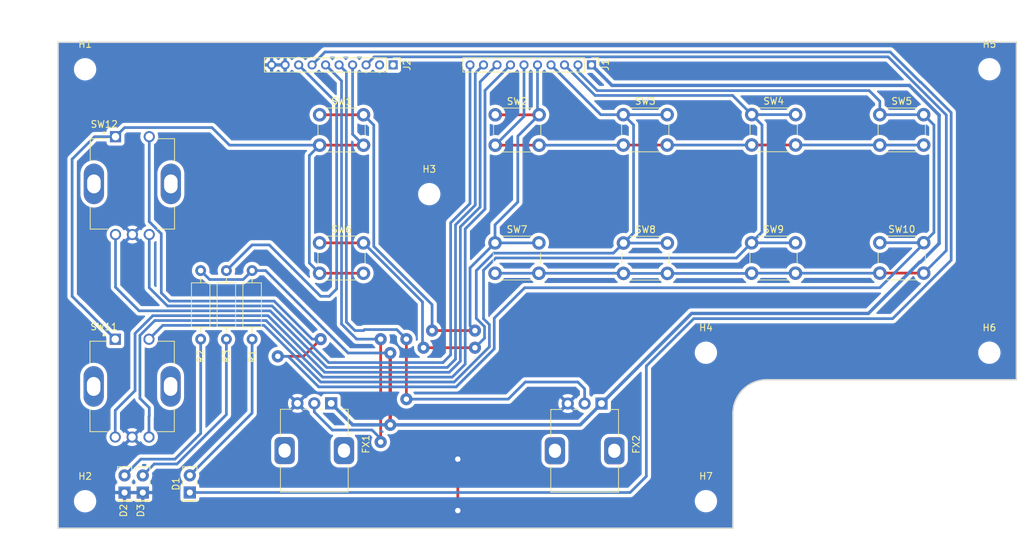
<source format=kicad_pcb>
(kicad_pcb (version 20240108) (generator "pcbnew") (generator_version "8.0")
  (layers (0 "F.Cu" signal) (31 "B.Cu" signal) (34 "B.Paste" user) (35 "F.Paste" user) (36 "B.SilkS" user "B.Silkscreen") (37 "F.SilkS" user "F.Silkscreen") (38 "B.Mask" user) (39 "F.Mask" user) (44 "Edge.Cuts" user))
  (net 0 "")
  (net 2 "/FX1")
  (net 3 "GND")
  (net 4 "+5V")
  (net 6 "/FX2")
  (net 9 "Net-(D1-A)")
  (net 10 "Net-(D2-A)")
  (net 11 "+12V")
  (net 12 "Net-(D3-A)")
  (net 13 "/KP_Line3")
  (net 14 "/KP_Col4")
  (net 15 "/KP_Line1")
  (net 16 "/KP_Col3")
  (net 17 "/KP_Col2")
  (net 18 "/KP_Col1")
  (net 19 "/KP_Line2")
  (net 20 "/LED_Ctrl")
  (net 21 "/B1")
  (net 22 "/B2")
  (net 23 "/A2")
  (net 24 "/A1")
  (footprint "Button_Switch_THT:SW_PUSH_6mm_H9.5mm" (layer "F.Cu") (at 143.946205 96.223089)
    (property "Reference" "SW7" (at 3.25 -2 0) (layer "F.SilkS"))
    (property "Value" "SW_Push")
    (pad "1" thru_hole circle (at 0 0 90) (size 2 2) (drill 1.1) (layers "*.Cu" "*.Mask") (net 14 "/KP_Col4"))
    (pad "1" thru_hole circle (at 6.5 0 90) (size 2 2) (drill 1.1) (layers "*.Cu" "*.Mask") (net 14 "/KP_Col4"))
    (pad "2" thru_hole circle (at 0 4.5 90) (size 2 2) (drill 1.1) (layers "*.Cu" "*.Mask") (net 19 "/KP_Line2"))
    (pad "2" thru_hole circle (at 6.5 4.5 90) (size 2 2) (drill 1.1) (layers "*.Cu" "*.Mask") (net 19 "/KP_Line2"))
  )
  (footprint "Button_Switch_THT:SW_PUSH_6mm_H9.5mm" (layer "F.Cu") (at 200.963911 77.224706)
    (property "Reference" "SW5" (at 3.25 -2 0) (layer "F.SilkS"))
    (property "Value" "SW_Push")
    (pad "1" thru_hole circle (at 0 0 90) (size 2 2) (drill 1.1) (layers "*.Cu" "*.Mask") (net 18 "/KP_Col1"))
    (pad "1" thru_hole circle (at 6.5 0 90) (size 2 2) (drill 1.1) (layers "*.Cu" "*.Mask") (net 18 "/KP_Col1"))
    (pad "2" thru_hole circle (at 0 4.5 90) (size 2 2) (drill 1.1) (layers "*.Cu" "*.Mask") (net 15 "/KP_Line1"))
    (pad "2" thru_hole circle (at 6.5 4.5 90) (size 2 2) (drill 1.1) (layers "*.Cu" "*.Mask") (net 15 "/KP_Line1"))
  )
  (footprint "Resistor_THT:R_Axial_DIN0207_L6.3mm_D2.5mm_P10.16mm_Horizontal" (layer "F.Cu") (at 100.33 110.49 90)
    (property "Reference" "R2" (at -2.54 0 90) (layer "F.SilkS"))
    (property "Value" "220")
    (pad "1" thru_hole circle (at 0 0 90) (size 1.6 1.6) (drill 0.8) (layers "*.Cu" "*.Mask") (net 10 "Net-(D2-A)"))
    (pad "2" thru_hole oval (at 10.16 0 90) (size 1.6 1.6) (drill 0.8) (layers "*.Cu" "*.Mask") (net 4 "+5V"))
  )
  (footprint "MountingHole:MountingHole_2.7mm_M2.5" (layer "F.Cu") (at 175.198867 134.497734)
    (property "Reference" "H7" (at 0 -3.7 0) (layer "F.SilkS"))
    (property "Value" "MountingHole")
    (pad "" np_thru_hole circle (at 0 0) (size 2.7 2.7) (drill 2.7) (layers "*.Cu" "*.Mask"))
  )
  (footprint "Potentiometer_THT:Potentiometer_Alps_RK09K_Single_Vertical" (layer "F.Cu") (at 159.724877 120.029837 -90)
    (property "Reference" "FX2" (at 6.05 -5.15 90) (layer "F.SilkS"))
    (property "Value" "10k")
    (pad "1" thru_hole rect (at 0 0 270) (size 1.8 1.8) (drill 1) (layers "*.Cu" "*.Mask") (net 4 "+5V"))
    (pad "2" thru_hole circle (at 0 2.5 270) (size 1.8 1.8) (drill 1) (layers "*.Cu" "*.Mask") (net 6 "/FX2"))
    (pad "3" thru_hole circle (at 0 5 270) (size 1.8 1.8) (drill 1) (layers "*.Cu" "*.Mask") (net 3 "GND"))
    (pad "MP" thru_hole roundrect (at 7 -1.9 270) (size 4 3) (drill oval 2.1 1.8) (layers "*.Cu" "*.Mask"))
    (pad "MP" thru_hole roundrect (at 7 6.9 270) (size 4 3) (drill oval 2.1 1.8) (layers "*.Cu" "*.Mask"))
  )
  (footprint "MountingHole:MountingHole_2.7mm_M2.5" (layer "F.Cu") (at 217.205116 70.493932)
    (property "Reference" "H5" (at 0 -3.7 0) (layer "F.SilkS"))
    (property "Value" "MountingHole")
    (pad "" np_thru_hole circle (at 0 0) (size 2.7 2.7) (drill 2.7) (layers "*.Cu" "*.Mask"))
  )
  (footprint "Resistor_THT:R_Axial_DIN0207_L6.3mm_D2.5mm_P10.16mm_Horizontal" (layer "F.Cu") (at 107.95 110.49 90)
    (property "Reference" "R1" (at -2.54 0 90) (layer "F.SilkS"))
    (property "Value" "220")
    (pad "1" thru_hole circle (at 0 0 90) (size 1.6 1.6) (drill 0.8) (layers "*.Cu" "*.Mask") (net 9 "Net-(D1-A)"))
    (pad "2" thru_hole oval (at 10.16 0 90) (size 1.6 1.6) (drill 0.8) (layers "*.Cu" "*.Mask") (net 4 "+5V"))
  )
  (footprint "Button_Switch_THT:SW_PUSH_6mm_H9.5mm" (layer "F.Cu") (at 200.972411 96.200234)
    (property "Reference" "SW10" (at 3.25 -2 0) (layer "F.SilkS"))
    (property "Value" "SW_Push")
    (pad "1" thru_hole circle (at 0 0 90) (size 2 2) (drill 1.1) (layers "*.Cu" "*.Mask") (net 18 "/KP_Col1"))
    (pad "1" thru_hole circle (at 6.5 0 90) (size 2 2) (drill 1.1) (layers "*.Cu" "*.Mask") (net 18 "/KP_Col1"))
    (pad "2" thru_hole circle (at 0 4.5 90) (size 2 2) (drill 1.1) (layers "*.Cu" "*.Mask") (net 19 "/KP_Line2"))
    (pad "2" thru_hole circle (at 6.5 4.5 90) (size 2 2) (drill 1.1) (layers "*.Cu" "*.Mask") (net 19 "/KP_Line2"))
  )
  (footprint "SnapEDA:RotaryEncoder_Switch-PEC11R-4215F" (layer "F.Cu") (at 90.209017 87.483527)
    (property "Reference" "SW12" (at -4.175 -8.835 0) (layer "F.SilkS"))
    (property "Value" "RotaryEncoder_Switch")
    (pad "" np_thru_hole oval (at -5.7 0) (size 3 6) (drill oval 2 2.8) (layers "F&B.Cu" "*.Mask"))
    (pad "" np_thru_hole oval (at 5.7 0) (size 3 6) (drill oval 2 2.8) (layers "F&B.Cu" "*.Mask"))
    (pad "A" thru_hole circle (at -2.5 7.5) (size 1.65 1.65) (drill 1.1) (layers "*.Cu" "*.Mask") (net 23 "/A2"))
    (pad "B" thru_hole circle (at 2.5 7.5) (size 1.65 1.65) (drill 1.1) (layers "*.Cu" "*.Mask") (net 22 "/B2"))
    (pad "C" thru_hole circle (at 0 7.5) (size 1.65 1.65) (drill 1.1) (layers "*.Cu" "*.Mask") (net 3 "GND"))
    (pad "S1" thru_hole rect (at -2.5 -7) (size 1.65 1.65) (drill 1.1) (layers "*.Cu" "*.Mask") (net 13 "/KP_Line3"))
    (pad "S2" thru_hole circle (at 2.5 -7) (size 1.65 1.65) (drill 1.1) (layers "*.Cu" "*.Mask") (net 18 "/KP_Col1"))
  )
  (footprint "SnapEDA:RotaryEncoder_Switch-PEC11R-4215F" (layer "F.Cu") (at 90.17 117.495995)
    (property "Reference" "SW11" (at -4.175 -8.835 0) (layer "F.SilkS"))
    (property "Value" "RotaryEncoder_Switch")
    (pad "" np_thru_hole oval (at -5.7 0) (size 3 6) (drill oval 2 2.8) (layers "F&B.Cu" "*.Mask"))
    (pad "" np_thru_hole oval (at 5.7 0) (size 3 6) (drill oval 2 2.8) (layers "F&B.Cu" "*.Mask"))
    (pad "A" thru_hole circle (at -2.5 7.5) (size 1.65 1.65) (drill 1.1) (layers "*.Cu" "*.Mask") (net 24 "/A1"))
    (pad "B" thru_hole circle (at 2.5 7.5) (size 1.65 1.65) (drill 1.1) (layers "*.Cu" "*.Mask") (net 21 "/B1"))
    (pad "C" thru_hole circle (at 0 7.5) (size 1.65 1.65) (drill 1.1) (layers "*.Cu" "*.Mask") (net 3 "GND"))
    (pad "S1" thru_hole rect (at -2.5 -7) (size 1.65 1.65) (drill 1.1) (layers "*.Cu" "*.Mask") (net 13 "/KP_Line3"))
    (pad "S2" thru_hole circle (at 2.5 -7) (size 1.65 1.65) (drill 1.1) (layers "*.Cu" "*.Mask") (net 17 "/KP_Col2"))
  )
  (footprint "LED_THT:LED_Rectangular_W5.0mm_H2.0mm" (layer "F.Cu") (at 98.720712 133.212451 90)
    (property "Reference" "D1" (at 1.27 -2.06 90) (layer "F.SilkS"))
    (property "Value" "Control")
    (pad "1" thru_hole rect (at 0 0 90) (size 1.8 1.8) (drill 0.9) (layers "*.Cu" "*.Mask") (net 20 "/LED_Ctrl"))
    (pad "2" thru_hole circle (at 2.54 0 90) (size 1.8 1.8) (drill 0.9) (layers "*.Cu" "*.Mask") (net 9 "Net-(D1-A)"))
  )
  (footprint "Button_Switch_THT:SW_PUSH_6mm_H9.5mm" (layer "F.Cu") (at 162.982451 96.24647)
    (property "Reference" "SW8" (at 3.25 -2 0) (layer "F.SilkS"))
    (property "Value" "SW_Push")
    (pad "1" thru_hole circle (at 0 0 90) (size 2 2) (drill 1.1) (layers "*.Cu" "*.Mask") (net 16 "/KP_Col3"))
    (pad "1" thru_hole circle (at 6.5 0 90) (size 2 2) (drill 1.1) (layers "*.Cu" "*.Mask") (net 16 "/KP_Col3"))
    (pad "2" thru_hole circle (at 0 4.5 90) (size 2 2) (drill 1.1) (layers "*.Cu" "*.Mask") (net 19 "/KP_Line2"))
    (pad "2" thru_hole circle (at 6.5 4.5 90) (size 2 2) (drill 1.1) (layers "*.Cu" "*.Mask") (net 19 "/KP_Line2"))
  )
  (footprint "Button_Switch_THT:SW_PUSH_6mm_H9.5mm" (layer "F.Cu") (at 117.949459 96.223089)
    (property "Reference" "SW6" (at 3.25 -2 0) (layer "F.SilkS"))
    (property "Value" "SW_Push")
    (pad "1" thru_hole circle (at 0 0 90) (size 2 2) (drill 1.1) (layers "*.Cu" "*.Mask") (net 16 "/KP_Col3"))
    (pad "1" thru_hole circle (at 6.5 0 90) (size 2 2) (drill 1.1) (layers "*.Cu" "*.Mask") (net 16 "/KP_Col3"))
    (pad "2" thru_hole circle (at 0 4.5 90) (size 2 2) (drill 1.1) (layers "*.Cu" "*.Mask") (net 13 "/KP_Line3"))
    (pad "2" thru_hole circle (at 6.5 4.5 90) (size 2 2) (drill 1.1) (layers "*.Cu" "*.Mask") (net 13 "/KP_Line3"))
  )
  (footprint "Button_Switch_THT:SW_PUSH_6mm_H9.5mm" (layer "F.Cu") (at 181.966603 96.212809)
    (property "Reference" "SW9" (at 3.25 -2 0) (layer "F.SilkS"))
    (property "Value" "SW_Push")
    (pad "1" thru_hole circle (at 0 0 90) (size 2 2) (drill 1.1) (layers "*.Cu" "*.Mask") (net 17 "/KP_Col2"))
    (pad "1" thru_hole circle (at 6.5 0 90) (size 2 2) (drill 1.1) (layers "*.Cu" "*.Mask") (net 17 "/KP_Col2"))
    (pad "2" thru_hole circle (at 0 4.5 90) (size 2 2) (drill 1.1) (layers "*.Cu" "*.Mask") (net 19 "/KP_Line2"))
    (pad "2" thru_hole circle (at 6.5 4.5 90) (size 2 2) (drill 1.1) (layers "*.Cu" "*.Mask") (net 19 "/KP_Line2"))
  )
  (footprint "MountingHole:MountingHole_2.7mm_M2.5" (layer "F.Cu") (at 83.202558 70.498008)
    (property "Reference" "H1" (at 0 -3.7 0) (layer "F.SilkS"))
    (property "Value" "MountingHole")
    (pad "" np_thru_hole circle (at 0 0) (size 2.7 2.7) (drill 2.7) (layers "*.Cu" "*.Mask"))
  )
  (footprint "LED_THT:LED_Rectangular_W5.0mm_H2.0mm" (layer "F.Cu") (at 91.751847 133.221621 90)
    (property "Reference" "D3" (at -2.668379 -0.311847 90) (layer "F.SilkS"))
    (property "Value" "LED_12V")
    (pad "1" thru_hole rect (at 0 0 90) (size 1.8 1.8) (drill 0.9) (layers "*.Cu" "*.Mask") (net 3 "GND"))
    (pad "2" thru_hole circle (at 2.54 0 90) (size 1.8 1.8) (drill 0.9) (layers "*.Cu" "*.Mask") (net 12 "Net-(D3-A)"))
  )
  (footprint "Button_Switch_THT:SW_PUSH_6mm_H9.5mm" (layer "F.Cu") (at 143.980488 77.244191)
    (property "Reference" "SW2" (at 3.25 -2 0) (layer "F.SilkS"))
    (property "Value" "SW_Push")
    (pad "1" thru_hole circle (at 0 0 90) (size 2 2) (drill 1.1) (layers "*.Cu" "*.Mask") (net 14 "/KP_Col4"))
    (pad "1" thru_hole circle (at 6.5 0 90) (size 2 2) (drill 1.1) (layers "*.Cu" "*.Mask") (net 14 "/KP_Col4"))
    (pad "2" thru_hole circle (at 0 4.5 90) (size 2 2) (drill 1.1) (layers "*.Cu" "*.Mask") (net 15 "/KP_Line1"))
    (pad "2" thru_hole circle (at 6.5 4.5 90) (size 2 2) (drill 1.1) (layers "*.Cu" "*.Mask") (net 15 "/KP_Line1"))
  )
  (footprint "Button_Switch_THT:SW_PUSH_6mm_H9.5mm" (layer "F.Cu") (at 162.954941 77.223559)
    (property "Reference" "SW3" (at 3.25 -2 0) (layer "F.SilkS"))
    (property "Value" "SW_Push")
    (pad "1" thru_hole circle (at 0 0 90) (size 2 2) (drill 1.1) (layers "*.Cu" "*.Mask") (net 16 "/KP_Col3"))
    (pad "1" thru_hole circle (at 6.5 0 90) (size 2 2) (drill 1.1) (layers "*.Cu" "*.Mask") (net 16 "/KP_Col3"))
    (pad "2" thru_hole circle (at 0 4.5 90) (size 2 2) (drill 1.1) (layers "*.Cu" "*.Mask") (net 15 "/KP_Line1"))
    (pad "2" thru_hole circle (at 6.5 4.5 90) (size 2 2) (drill 1.1) (layers "*.Cu" "*.Mask") (net 15 "/KP_Line1"))
  )
  (footprint "Button_Switch_THT:SW_PUSH_6mm_H9.5mm" (layer "F.Cu") (at 181.986937 77.215501)
    (property "Reference" "SW4" (at 3.25 -2 0) (layer "F.SilkS"))
    (property "Value" "SW_Push")
    (pad "1" thru_hole circle (at 0 0 90) (size 2 2) (drill 1.1) (layers "*.Cu" "*.Mask") (net 17 "/KP_Col2"))
    (pad "1" thru_hole circle (at 6.5 0 90) (size 2 2) (drill 1.1) (layers "*.Cu" "*.Mask") (net 17 "/KP_Col2"))
    (pad "2" thru_hole circle (at 0 4.5 90) (size 2 2) (drill 1.1) (layers "*.Cu" "*.Mask") (net 15 "/KP_Line1"))
    (pad "2" thru_hole circle (at 6.5 4.5 90) (size 2 2) (drill 1.1) (layers "*.Cu" "*.Mask") (net 15 "/KP_Line1"))
  )
  (footprint "Potentiometer_THT:Potentiometer_Alps_RK09K_Single_Vertical" (layer "F.Cu") (at 119.665285 120.002222 -90)
    (property "Reference" "FX1" (at 6.05 -5.15 90) (layer "F.SilkS"))
    (property "Value" "10k")
    (pad "1" thru_hole rect (at 0 0 270) (size 1.8 1.8) (drill 1) (layers "*.Cu" "*.Mask") (net 4 "+5V"))
    (pad "2" thru_hole circle (at 0 2.5 270) (size 1.8 1.8) (drill 1) (layers "*.Cu" "*.Mask") (net 2 "/FX1"))
    (pad "3" thru_hole circle (at 0 5 270) (size 1.8 1.8) (drill 1) (layers "*.Cu" "*.Mask") (net 3 "GND"))
    (pad "MP" thru_hole roundrect (at 7 -1.9 270) (size 4 3) (drill oval 2.1 1.8) (layers "*.Cu" "*.Mask"))
    (pad "MP" thru_hole roundrect (at 7 6.9 270) (size 4 3) (drill oval 2.1 1.8) (layers "*.Cu" "*.Mask"))
  )
  (footprint "Connector_PinHeader_2.00mm:PinHeader_1x10_P2.00mm_Vertical" (layer "F.Cu") (at 158.24 69.85 -90)
    (property "Reference" "J1" (at 0 -2.06 90) (layer "F.SilkS"))
    (property "Value" "Conn_01x10")
    (pad "1" thru_hole rect (at 0 0 270) (size 1.35 1.35) (drill 0.8) (layers "*.Cu" "*.Mask") (net 4 "+5V"))
    (pad "2" thru_hole oval (at 0 2 270) (size 1.35 1.35) (drill 0.8) (layers "*.Cu" "*.Mask") (net 18 "/KP_Col1"))
    (pad "3" thru_hole oval (at 0 4 270) (size 1.35 1.35) (drill 0.8) (layers "*.Cu" "*.Mask") (net 17 "/KP_Col2"))
    (pad "4" thru_hole oval (at 0 6 270) (size 1.35 1.35) (drill 0.8) (layers "*.Cu" "*.Mask") (net 16 "/KP_Col3"))
    (pad "5" thru_hole oval (at 0 8 270) (size 1.35 1.35) (drill 0.8) (layers "*.Cu" "*.Mask") (net 14 "/KP_Col4"))
    (pad "6" thru_hole oval (at 0 10 270) (size 1.35 1.35) (drill 0.8) (layers "*.Cu" "*.Mask") (net 15 "/KP_Line1"))
    (pad "7" thru_hole oval (at 0 12 270) (size 1.35 1.35) (drill 0.8) (layers "*.Cu" "*.Mask") (net 21 "/B1"))
    (pad "8" thru_hole oval (at 0 14 270) (size 1.35 1.35) (drill 0.8) (layers "*.Cu" "*.Mask") (net 24 "/A1"))
    (pad "9" thru_hole oval (at 0 16 270) (size 1.35 1.35) (drill 0.8) (layers "*.Cu" "*.Mask") (net 23 "/A2"))
    (pad "10" thru_hole oval (at 0 18 270) (size 1.35 1.35) (drill 0.8) (layers "*.Cu" "*.Mask") (net 22 "/B2"))
  )
  (footprint "MountingHole:MountingHole_2.7mm_M2.5" (layer "F.Cu") (at 175.194791 112.500181)
    (property "Reference" "H4" (at 0 -3.7 0) (layer "F.SilkS"))
    (property "Value" "MountingHole")
    (pad "" np_thru_hole circle (at 0 0) (size 2.7 2.7) (drill 2.7) (layers "*.Cu" "*.Mask"))
  )
  (footprint "MountingHole:MountingHole_2.7mm_M2.5" (layer "F.Cu") (at 83.200924 134.50541)
    (property "Reference" "H2" (at 0 -3.7 0) (layer "F.SilkS"))
    (property "Value" "MountingHole")
    (pad "" np_thru_hole circle (at 0 0) (size 2.7 2.7) (drill 2.7) (layers "*.Cu" "*.Mask"))
  )
  (footprint "MountingHole:MountingHole_2.7mm_M2.5" (layer "F.Cu") (at 217.197579 112.496106)
    (property "Reference" "H6" (at 0 -3.7 0) (layer "F.SilkS"))
    (property "Value" "MountingHole")
    (pad "" np_thru_hole circle (at 0 0) (size 2.7 2.7) (drill 2.7) (layers "*.Cu" "*.Mask"))
  )
  (footprint "MountingHole:MountingHole_2.7mm_M2.5" (layer "F.Cu") (at 134.198183 89.000799)
    (property "Reference" "H3" (at 0 -3.7 0) (layer "F.SilkS"))
    (property "Value" "MountingHole")
    (pad "" np_thru_hole circle (at 0 0) (size 2.7 2.7) (drill 2.7) (layers "*.Cu" "*.Mask"))
  )
  (footprint "Button_Switch_THT:SW_PUSH_6mm_H9.5mm" (layer "F.Cu") (at 117.958184 77.241653)
    (property "Reference" "SW1" (at 3.25 -2 0) (layer "F.SilkS"))
    (property "Value" "SW_Push")
    (pad "1" thru_hole circle (at 0 0 90) (size 2 2) (drill 1.1) (layers "*.Cu" "*.Mask") (net 14 "/KP_Col4"))
    (pad "1" thru_hole circle (at 6.5 0 90) (size 2 2) (drill 1.1) (layers "*.Cu" "*.Mask") (net 14 "/KP_Col4"))
    (pad "2" thru_hole circle (at 0 4.5 90) (size 2 2) (drill 1.1) (layers "*.Cu" "*.Mask") (net 13 "/KP_Line3"))
    (pad "2" thru_hole circle (at 6.5 4.5 90) (size 2 2) (drill 1.1) (layers "*.Cu" "*.Mask") (net 13 "/KP_Line3"))
  )
  (footprint "Resistor_THT:R_Axial_DIN0207_L6.3mm_D2.5mm_P10.16mm_Horizontal" (layer "F.Cu") (at 104.14 110.49 90)
    (property "Reference" "R3" (at -2.54 0 90) (layer "F.SilkS"))
    (property "Value" "220")
    (pad "1" thru_hole circle (at 0 0 90) (size 1.6 1.6) (drill 0.8) (layers "*.Cu" "*.Mask") (net 12 "Net-(D3-A)"))
    (pad "2" thru_hole oval (at 10.16 0 90) (size 1.6 1.6) (drill 0.8) (layers "*.Cu" "*.Mask") (net 11 "+12V"))
  )
  (footprint "LED_THT:LED_Rectangular_W5.0mm_H2.0mm" (layer "F.Cu") (at 89.046718 133.221621 90)
    (property "Reference" "D2" (at -2.668379 -0.146718 90) (layer "F.SilkS"))
    (property "Value" "LED_5V")
    (pad "1" thru_hole rect (at 0 0 90) (size 1.8 1.8) (drill 0.9) (layers "*.Cu" "*.Mask") (net 3 "GND"))
    (pad "2" thru_hole circle (at 2.54 0 90) (size 1.8 1.8) (drill 0.9) (layers "*.Cu" "*.Mask") (net 10 "Net-(D2-A)"))
  )
  (footprint "Connector_PinHeader_2.00mm:PinHeader_1x10_P2.00mm_Vertical" (layer "F.Cu") (at 128.84 69.85 -90)
    (property "Reference" "J2" (at 0 -2.06 90) (layer "F.SilkS"))
    (property "Value" "Conn_01x10")
    (pad "1" thru_hole rect (at 0 0 270) (size 1.35 1.35) (drill 0.8) (layers "*.Cu" "*.Mask"))
    (pad "2" thru_hole oval (at 0 2 270) (size 1.35 1.35) (drill 0.8) (layers "*.Cu" "*.Mask"))
    (pad "3" thru_hole oval (at 0 4 270) (size 1.35 1.35) (drill 0.8) (layers "*.Cu" "*.Mask") (net 19 "/KP_Line2"))
    (pad "4" thru_hole oval (at 0 6 270) (size 1.35 1.35) (drill 0.8) (layers "*.Cu" "*.Mask") (net 13 "/KP_Line3"))
    (pad "5" thru_hole oval (at 0 8 270) (size 1.35 1.35) (drill 0.8) (layers "*.Cu" "*.Mask") (net 6 "/FX2"))
    (pad "6" thru_hole oval (at 0 10 270) (size 1.35 1.35) (drill 0.8) (layers "*.Cu" "*.Mask") (net 2 "/FX1"))
    (pad "7" thru_hole oval (at 0 12 270) (size 1.35 1.35) (drill 0.8) (layers "*.Cu" "*.Mask") (net 20 "/LED_Ctrl"))
    (pad "8" thru_hole oval (at 0 14 270) (size 1.35 1.35) (drill 0.8) (layers "*.Cu" "*.Mask") (net 11 "+12V"))
    (pad "9" thru_hole oval (at 0 16 270) (size 1.35 1.35) (drill 0.8) (layers "*.Cu" "*.Mask") (net 3 "GND"))
    (pad "10" thru_hole oval (at 0 18 270) (size 1.35 1.35) (drill 0.8) (layers "*.Cu" "*.Mask") (net 3 "GND"))
  )
  (gr_line (start 79.2 66.5) (end 79.2 138.5) (stroke (width 0.2)) (layer "Edge.Cuts"))
  (gr_line (start 79.2 138.5) (end 179.2 138.5) (stroke (width 0.2)) (layer "Edge.Cuts"))
  (gr_line (start 221.2 66.5) (end 79.2 66.5) (stroke (width 0.2)) (layer "Edge.Cuts"))
  (gr_line (start 179.2 138.5) (end 179.2 121.5) (stroke (width 0.2)) (layer "Edge.Cuts"))
  (gr_arc (start 179.2 121.5) (mid 180.664466 117.964466) (end 184.2 116.5) (stroke (width 0.2)) (layer "Edge.Cuts"))
  (gr_line (start 221.2 116.5) (end 221.2 66.5) (stroke (width 0.2)) (layer "Edge.Cuts"))
  (gr_line (start 184.2 116.5) (end 221.2 116.5) (stroke (width 0.2)) (layer "Edge.Cuts"))
  (segment (start 127 125.73) (end 127 110.49) (width 0.4) (layer "F.Cu") (net 2))
  (via (at 127 125.73) (size 1.8) (drill 0.8) (layers "F.Cu" "B.Cu") (net 2))
  (via (at 127 110.49) (size 1.8) (drill 0.8) (layers "F.Cu" "B.Cu") (net 2))
  (segment (start 123.441766 110.49) (end 121.2 108.248234) (width 0.4) (layer "B.Cu") (net 2))
  (segment (start 127 110.49) (end 123.441766 110.49) (width 0.4) (layer "B.Cu") (net 2))
  (segment (start 127 125.229999) (end 127 125.73) (width 0.4) (layer "B.Cu") (net 2))
  (segment (start 117.165285 120.002222) (end 117.165285 121.275014) (width 0.4) (layer "B.Cu") (net 2))
  (segment (start 119.85027 123.959999) (end 125.73 123.959999) (width 0.4) (layer "B.Cu") (net 2))
  (segment (start 117.165285 121.275014) (end 119.85027 123.959999) (width 0.4) (layer "B.Cu") (net 2))
  (segment (start 125.73 123.959999) (end 127 125.229999) (width 0.4) (layer "B.Cu") (net 2))
  (segment (start 121.2 108.248234) (end 121.2 72.21) (width 0.4) (layer "B.Cu") (net 2))
  (segment (start 121.2 72.21) (end 118.84 69.85) (width 0.4) (layer "B.Cu") (net 2))
  (segment (start 138.43 135.89) (end 138.43 128.27) (width 0.4) (layer "F.Cu") (net 3))
  (via (at 138.43 135.89) (size 1.8) (drill 0.8) (layers "F.Cu" "B.Cu") (net 3))
  (via (at 138.43 128.27) (size 1.8) (drill 0.8) (layers "F.Cu" "B.Cu") (net 3))
  (segment (start 128.42 123.19) (end 128.42 112.54) (width 0.5) (layer "F.Cu") (net 4))
  (via (at 128.42 112.54) (size 1.8) (drill 0.8) (layers "F.Cu" "B.Cu") (net 4))
  (via (at 128.42 123.19) (size 1.8) (drill 0.8) (layers "F.Cu" "B.Cu") (net 4))
  (segment (start 100.33 100.33) (end 101.65 101.65) (width 0.4) (layer "B.Cu") (net 4))
  (segment (start 199.272329 106.68) (end 173.074714 106.68) (width 0.5) (layer "B.Cu") (net 4))
  (segment (start 161.28 72.89) (end 205.349521 72.89) (width 0.5) (layer "B.Cu") (net 4))
  (segment (start 128.27 123.19) (end 122.853063 123.19) (width 0.5) (layer "B.Cu") (net 4))
  (segment (start 156.564714 123.19) (end 128.27 123.19) (width 0.5) (layer "B.Cu") (net 4))
  (segment (start 206.892329 99.06) (end 199.272329 106.68) (width 0.5) (layer "B.Cu") (net 4))
  (segment (start 106.63 101.65) (end 107.95 100.33) (width 0.4) (layer "B.Cu") (net 4))
  (segment (start 206.892329 99.06) (end 207.01 99.06) (width 0.5) (layer "B.Cu") (net 4))
  (segment (start 159.724877 120.029837) (end 156.564714 123.19) (width 0.5) (layer "B.Cu") (net 4))
  (segment (start 207.01 99.06) (end 209.753911 96.316089) (width 0.5) (layer "B.Cu") (net 4))
  (segment (start 173.074714 106.68) (end 159.724877 120.029837) (width 0.5) (layer "B.Cu") (net 4))
  (segment (start 109.958184 100.33) (end 122.168184 112.54) (width 0.4) (layer "B.Cu") (net 4))
  (segment (start 205.349521 72.89) (end 209.739761 77.280239) (width 0.5) (layer "B.Cu") (net 4))
  (segment (start 101.65 101.65) (end 106.63 101.65) (width 0.4) (layer "B.Cu") (net 4))
  (segment (start 122.168184 112.54) (end 128.42 112.54) (width 0.4) (layer "B.Cu") (net 4))
  (segment (start 122.853063 123.19) (end 119.665285 120.002222) (width 0.5) (layer "B.Cu") (net 4))
  (segment (start 209.753911 77.29439) (end 209.753911 96.316089) (width 0.5) (layer "B.Cu") (net 4))
  (segment (start 158.24 69.85) (end 161.28 72.89) (width 0.5) (layer "B.Cu") (net 4))
  (segment (start 107.95 100.33) (end 109.958184 100.33) (width 0.4) (layer "B.Cu") (net 4))
  (segment (start 209.739761 77.280239) (end 209.753911 77.29439) (width 0.5) (layer "B.Cu") (net 4))
  (segment (start 130.81 110.49) (end 130.81 119.38) (width 0.4) (layer "F.Cu") (net 6))
  (via (at 130.81 110.49) (size 1.8) (drill 0.8) (layers "F.Cu" "B.Cu") (net 6))
  (via (at 130.81 119.38) (size 1.8) (drill 0.8) (layers "F.Cu" "B.Cu") (net 6))
  (segment (start 124.61 109.07) (end 129.39 109.07) (width 0.4) (layer "B.Cu") (net 6))
  (segment (start 123.19 109.22) (end 124.46 109.22) (width 0.4) (layer "B.Cu") (net 6))
  (segment (start 121.92 107.95) (end 123.19 109.22) (width 0.4) (layer "B.Cu") (net 6))
  (segment (start 157.224877 117.854877) (end 157.224877 120.029837) (width 0.4) (layer "B.Cu") (net 6))
  (segment (start 121.92 107.95) (end 121.92 70.93) (width 0.4) (layer "B.Cu") (net 6))
  (segment (start 129.39 109.07) (end 130.81 110.49) (width 0.4) (layer "B.Cu") (net 6))
  (segment (start 124.46 109.22) (end 124.61 109.07) (width 0.4) (layer "B.Cu") (net 6))
  (segment (start 148.44 116.84) (end 156.21 116.84) (width 0.4) (layer "B.Cu") (net 6))
  (segment (start 121.92 70.93) (end 120.84 69.85) (width 0.4) (layer "B.Cu") (net 6))
  (segment (start 145.9 119.38) (end 148.44 116.84) (width 0.4) (layer "B.Cu") (net 6))
  (segment (start 130.81 119.38) (end 145.9 119.38) (width 0.4) (layer "B.Cu") (net 6))
  (segment (start 156.21 116.84) (end 157.224877 117.854877) (width 0.4) (layer "B.Cu") (net 6))
  (segment (start 107.95 121.443163) (end 107.95 110.49) (width 0.4) (layer "B.Cu") (net 9))
  (segment (start 98.720712 130.672451) (end 107.95 121.443163) (width 0.4) (layer "B.Cu") (net 9))
  (segment (start 91.458339 128.27) (end 89.046718 130.681621) (width 0.4) (layer "B.Cu") (net 10))
  (segment (start 96.52 128.27) (end 91.458339 128.27) (width 0.4) (layer "B.Cu") (net 10))
  (segment (start 100.33 124.46) (end 100.33 110.49) (width 0.4) (layer "B.Cu") (net 10))
  (segment (start 96.52 128.27) (end 100.33 124.46) (width 0.4) (layer "B.Cu") (net 10))
  (segment (start 110.49 96.52) (end 107.95 96.52) (width 0.4) (layer "B.Cu") (net 11))
  (segment (start 114.84 69.85) (end 120.48 75.49) (width 0.4) (layer "B.Cu") (net 11))
  (segment (start 118.11 104.14) (end 110.49 96.52) (width 0.4) (layer "B.Cu") (net 11))
  (segment (start 120.48 103.04) (end 119.38 104.14) (width 0.4) (layer "B.Cu") (net 11))
  (segment (start 120.48 75.49) (end 120.48 103.04) (width 0.4) (layer "B.Cu") (net 11))
  (segment (start 107.95 96.52) (end 104.14 100.33) (width 0.4) (layer "B.Cu") (net 11))
  (segment (start 119.38 104.14) (end 118.11 104.14) (width 0.4) (layer "B.Cu") (net 11))
  (segment (start 91.751847 130.681621) (end 93.443468 128.99) (width 0.4) (layer "B.Cu") (net 12))
  (segment (start 93.443468 128.99) (end 96.818234 128.99) (width 0.4) (layer "B.Cu") (net 12))
  (segment (start 96.818234 128.99) (end 104.14 121.668234) (width 0.4) (layer "B.Cu") (net 12))
  (segment (start 104.14 121.668234) (end 104.14 110.49) (width 0.4) (layer "B.Cu") (net 12))
  (segment (start 117.958184 81.741653) (end 124.458184 81.741653) (width 0.4) (layer "F.Cu") (net 13))
  (segment (start 117.949459 100.723089) (end 124.449459 100.723089) (width 0.4) (layer "F.Cu") (net 13))
  (segment (start 104.601653 81.741653) (end 117.958184 81.741653) (width 0.4) (layer "B.Cu") (net 13))
  (segment (start 82.584005 105.41) (end 82.55 105.41) (width 0.4) (layer "B.Cu") (net 13))
  (segment (start 117.958184 81.741653) (end 116.429459 83.270378) (width 0.4) (layer "B.Cu") (net 13))
  (segment (start 87.67 110.495995) (end 82.584005 105.41) (width 0.4) (layer "B.Cu") (net 13))
  (segment (start 89.054017 79.138527) (end 101.998527 79.138527) (width 0.4) (layer "B.Cu") (net 13))
  (segment (start 122.84 69.85) (end 122.84 80.123469) (width 0.4) (layer "B.Cu") (net 13))
  (segment (start 122.84 80.123469) (end 124.458184 81.741653) (width 0.4) (layer "B.Cu") (net 13))
  (segment (start 116.429459 99.203089) (end 117.949459 100.723089) (width 0.4) (layer "B.Cu") (net 13))
  (segment (start 81.28 104.14) (end 81.28 83.82) (width 0.4) (layer "B.Cu") (net 13))
  (segment (start 87.709017 80.483527) (end 89.054017 79.138527) (width 0.4) (layer "B.Cu") (net 13))
  (segment (start 82.55 105.41) (end 81.28 104.14) (width 0.4) (layer "B.Cu") (net 13))
  (segment (start 116.429459 83.270378) (end 116.429459 99.203089) (width 0.4) (layer "B.Cu") (net 13))
  (segment (start 101.998527 79.138527) (end 104.601653 81.741653) (width 0.4) (layer "B.Cu") (net 13))
  (segment (start 81.28 83.82) (end 84.616473 80.483527) (width 0.4) (layer "B.Cu") (net 13))
  (segment (start 84.616473 80.483527) (end 87.709017 80.483527) (width 0.4) (layer "B.Cu") (net 13))
  (segment (start 134.62 109.22) (end 140.97 109.22) (width 0.4) (layer "F.Cu") (net 14))
  (segment (start 143.980488 77.244191) (end 150.480488 77.244191) (width 0.4) (layer "F.Cu") (net 14))
  (segment (start 117.958184 77.241653) (end 124.458184 77.241653) (width 0.4) (layer "F.Cu") (net 14))
  (via (at 134.62 109.22) (size 1.8) (drill 0.8) (layers "F.Cu" "B.Cu") (net 14))
  (via (at 140.97 109.22) (size 1.8) (drill 0.8) (layers "F.Cu" "B.Cu") (net 14))
  (segment (start 150.24 69.85) (end 150.24 77.003703) (width 0.4) (layer "B.Cu") (net 14))
  (segment (start 140.97 109.22) (end 140.25 108.5) (width 0.4) (layer "B.Cu") (net 14))
  (segment (start 143.946205 96.223089) (end 143.946205 93.543795) (width 0.4) (layer "B.Cu") (net 14))
  (segment (start 125.978184 78.761653) (end 124.458184 77.241653) (width 0.4) (layer "B.Cu") (net 14))
  (segment (start 140.25 108.5) (end 140.25 99.919294) (width 0.4) (layer "B.Cu") (net 14))
  (segment (start 147.32 80.404679) (end 150.480488 77.244191) (width 0.4) (layer "B.Cu") (net 14))
  (segment (start 150.24 77.003703) (end 150.480488 77.244191) (width 0.4) (layer "B.Cu") (net 14))
  (segment (start 143.97795 77.241653) (end 143.980488 77.244191) (width 0.4) (layer "B.Cu") (net 14))
  (segment (start 134.62 109.22) (end 134.62 105.375396) (width 0.4) (layer "B.Cu") (net 14))
  (segment (start 134.62 105.375396) (end 125.978184 96.73358) (width 0.4) (layer "B.Cu") (net 14))
  (segment (start 143.946205 93.543795) (end 147.32 90.17) (width 0.4) (layer "B.Cu") (net 14))
  (segment (start 140.25 99.919294) (end 143.946205 96.223089) (width 0.4) (layer "B.Cu") (net 14))
  (segment (start 143.946205 96.223089) (end 150.446205 96.223089) (width 0.4) (layer "B.Cu") (net 14))
  (segment (start 125.978184 96.73358) (end 125.978184 78.761653) (width 0.4) (layer "B.Cu") (net 14))
  (segment (start 147.32 90.17) (end 147.32 80.404679) (width 0.4) (layer "B.Cu") (net 14))
  (segment (start 181.986937 81.715501) (end 188.486937 81.715501) (width 0.4) (layer "F.Cu") (net 15))
  (segment (start 143.980488 81.744191) (end 150.480488 81.744191) (width 0.4) (layer "F.Cu") (net 15))
  (segment (start 162.954941 81.723559) (end 169.454941 81.723559) (width 0.4) (layer "F.Cu") (net 15))
  (segment (start 169.454941 81.723559) (end 181.978879 81.723559) (width 0.4) (layer "B.Cu") (net 15))
  (segment (start 162.934309 81.744191) (end 162.954941 81.723559) (width 0.4) (layer "B.Cu") (net 15))
  (segment (start 200.963911 81.724706) (end 207.463911 81.724706) (width 0.4) (layer "B.Cu") (net 15))
  (segment (start 181.978879 81.723559) (end 181.986937 81.715501) (width 0.4) (layer "B.Cu") (net 15))
  (segment (start 188.486937 81.715501) (end 200.954706 81.715501) (width 0.4) (layer "B.Cu") (net 15))
  (segment (start 148.24 77.484679) (end 148.24 69.85) (width 0.4) (layer "B.Cu") (net 15))
  (segment (start 150.480488 81.744191) (end 162.934309 81.744191) (width 0.4) (layer "B.Cu") (net 15))
  (segment (start 143.980488 81.744191) (end 148.24 77.484679) (width 0.4) (layer "B.Cu") (net 15))
  (segment (start 200.954706 81.715501) (end 200.963911 81.724706) (width 0.4) (layer "B.Cu") (net 15))
  (segment (start 117.949459 96.223089) (end 124.449459 96.223089) (width 0.4) (layer "F.Cu") (net 16))
  (segment (start 140.97 111.76) (end 133.35 111.76) (width 0.4) (layer "F.Cu") (net 16))
  (via (at 140.97 111.76) (size 1.8) (drill 0.8) (layers "F.Cu" "B.Cu") (net 16))
  (via (at 133.35 111.76) (size 1.8) (drill 0.8) (layers "F.Cu" "B.Cu") (net 16))
  (segment (start 142.39 110.34) (end 140.97 111.76) (width 0.4) (layer "B.Cu") (net 16))
  (segment (start 164.474941 78.743559) (end 162.954941 77.223559) (width 0.4) (layer "B.Cu") (net 16))
  (segment (start 162.982451 96.24647) (end 169.482451 96.24647) (width 0.4) (layer "B.Cu") (net 16))
  (segment (start 162.982451 96.24647) (end 164.474941 94.75398) (width 0.4) (layer "B.Cu") (net 16))
  (segment (start 152.24 69.85) (end 159.613559 77.223559) (width 0.4) (layer "B.Cu") (net 16))
  (segment (start 133.35 111.76) (end 133.2 111.61) (width 0.4) (layer "B.Cu") (net 16))
  (segment (start 142.39 108.631816) (end 142.39 110.34) (width 0.4) (layer "B.Cu") (net 16))
  (segment (start 159.613559 77.223559) (end 162.954941 77.223559) (width 0.4) (layer "B.Cu") (net 16))
  (segment (start 161.485832 97.743089) (end 143.758366 97.743089) (width 0.4) (layer "B.Cu") (net 16))
  (segment (start 161.485832 97.743089) (end 162.982451 96.24647) (width 0.4) (layer "B.Cu") (net 16))
  (segment (start 133.2 104.97363) (end 124.449459 96.223089) (width 0.4) (layer "B.Cu") (net 16))
  (segment (start 141.171455 100.33) (end 141.171455 107.413271) (width 0.4) (layer "B.Cu") (net 16))
  (segment (start 143.758366 97.743089) (end 141.171455 100.33) (width 0.4) (layer "B.Cu") (net 16))
  (segment (start 133.2 111.61) (end 133.2 104.97363) (width 0.4) (layer "B.Cu") (net 16))
  (segment (start 164.474941 94.75398) (end 164.474941 78.743559) (width 0.4) (layer "B.Cu") (net 16))
  (segment (start 162.954941 77.223559) (end 169.454941 77.223559) (width 0.4) (layer "B.Cu") (net 16))
  (segment (start 141.171455 107.413271) (end 142.39 108.631816) (width 0.4) (layer "B.Cu") (net 16))
  (segment (start 142.24 107.463582) (end 143.11 108.333582) (width 0.4) (layer "B.Cu") (net 17))
  (segment (start 158.77 74.38) (end 179.151436 74.38) (width 0.4) (layer "B.Cu") (net 17))
  (segment (start 94.715995 108.45) (end 92.67 110.495995) (width 0.4) (layer "B.Cu") (net 17))
  (segment (start 118.11 116.84) (end 109.72 108.45) (width 0.4) (layer "B.Cu") (net 17))
  (segment (start 183.506937 78.735501) (end 181.986937 77.215501) (width 0.4) (layer "B.Cu") (net 17))
  (segment (start 143.11 108.333582) (end 143.11 111.628184) (width 0.4) (layer "B.Cu") (net 17))
  (segment (start 181.966603 96.163397) (end 183.506937 94.623063) (width 0.4) (layer "B.Cu") (net 17))
  (segment (start 181.986937 77.215501) (end 188.486937 77.215501) (width 0.4) (layer "B.Cu") (net 17))
  (segment (start 183.506937 94.623063) (end 183.506937 78.735501) (width 0.4) (layer "B.Cu") (net 17))
  (segment (start 143.11 111.628184) (end 137.898184 116.84) (width 0.4) (layer "B.Cu") (net 17))
  (segment (start 181.966603 96.212809) (end 181.966603 96.163397) (width 0.4) (layer "B.Cu") (net 17))
  (segment (start 181.966603 96.212809) (end 179.716323 98.463089) (width 0.4) (layer "B.Cu") (net 17))
  (segment (start 154.24 69.85) (end 158.77 74.38) (width 0.4) (layer "B.Cu") (net 17))
  (segment (start 142.24 100.279689) (end 142.24 107.463582) (width 0.4) (layer "B.Cu") (net 17))
  (segment (start 179.716323 98.463089) (end 144.0566 98.463089) (width 0.4) (layer "B.Cu") (net 17))
  (segment (start 109.72 108.45) (end 94.715995 108.45) (width 0.4) (layer "B.Cu") (net 17))
  (segment (start 179.151436 74.38) (end 181.986937 77.215501) (width 0.4) (layer "B.Cu") (net 17))
  (segment (start 144.0566 98.463089) (end 142.24 100.279689) (width 0.4) (layer "B.Cu") (net 17))
  (segment (start 181.966603 96.212809) (end 188.466603 96.212809) (width 0.4) (layer "B.Cu") (net 17))
  (segment (start 137.898184 116.84) (end 118.11 116.84) (width 0.4) (layer "B.Cu") (net 17))
  (segment (start 115.57 113.03) (end 118.11 110.49) (width 0.4) (layer "F.Cu") (net 18))
  (segment (start 111.76 113.03) (end 115.57 113.03) (width 0.4) (layer "F.Cu") (net 18))
  (via (at 111.76 113.03) (size 1.8) (drill 0.8) (layers "F.Cu" "B.Cu") (net 18))
  (via (at 118.11 110.49) (size 1.8) (drill 0.8) (layers "F.Cu" "B.Cu") (net 18))
  (segment (start 207.472411 96.349839) (end 207.472411 96.200234) (width 0.4) (layer "B.Cu") (net 18))
  (segment (start 143.83 107.378234) (end 143.83 110.49) (width 0.4) (layer "B.Cu") (net 18))
  (segment (start 200.95225 102.87) (end 207.472411 96.349839) (width 0.4) (layer "B.Cu") (net 18))
  (segment (start 156.24 69.85) (end 156.24 70.804594) (width 0.4) (layer "B.Cu") (net 18))
  (segment (start 146.05 105.158234) (end 148.338234 102.87) (width 0.4) (layer "B.Cu") (net 18))
  (segment (start 207.463911 77.224706) (end 208.983911 78.744706) (width 0.4) (layer "B.Cu") (net 18))
  (segment (start 146.05 105.158234) (end 143.83 107.378234) (width 0.4) (layer "B.Cu") (net 18))
  (segment (start 92.709017 93.081409) (end 92.709017 80.483527) (width 0.4) (layer "B.Cu") (net 18))
  (segment (start 95.708234 104.85) (end 94.489117 103.630883) (width 0.4) (layer "B.Cu") (net 18))
  (segment (start 113.790883 113.539117) (end 113.281766 113.03) (width 0.4) (layer "B.Cu") (net 18))
  (segment (start 117.811766 117.56) (end 113.790883 113.539117) (width 0.4) (layer "B.Cu") (net 18))
  (segment (start 116.85117 110.49) (end 111.21117 104.85) (width 0.4) (layer "B.Cu") (net 18))
  (segment (start 143.83 111.926418) (end 138.196418 117.56) (width 0.4) (layer "B.Cu") (net 18))
  (segment (start 138.196418 117.56) (end 117.811766 117.56) (width 0.4) (layer "B.Cu") (net 18))
  (segment (start 94.489117 94.861509) (end 92.709017 93.081409) (width 0.4) (layer "B.Cu") (net 18))
  (segment (start 200.963911 75.233911) (end 200.963911 77.224706) (width 0.4) (layer "B.Cu") (net 18))
  (segment (start 111.21117 104.85) (end 95.708234 104.85) (width 0.4) (layer "B.Cu") (net 18))
  (segment (start 118.11 110.49) (end 116.85117 110.49) (width 0.4) (layer "B.Cu") (net 18))
  (segment (start 199.39 73.66) (end 200.963911 75.233911) (width 0.4) (layer "B.Cu") (net 18))
  (segment (start 148.338234 102.87) (end 200.95225 102.87) (width 0.4) (layer "B.Cu") (net 18))
  (segment (start 94.489117 103.630883) (end 94.489117 94.861509) (width 0.4) (layer "B.Cu") (net 18))
  (segment (start 156.24 70.804594) (end 159.095406 73.66) (width 0.4) (layer "B.Cu") (net 18))
  (segment (start 200.972411 96.200234) (end 207.472411 96.200234) (width 0.4) (layer "B.Cu") (net 18))
  (segment (start 143.83 110.49) (end 143.83 111.926418) (width 0.4) (layer "B.Cu") (net 18))
  (segment (start 208.983911 78.744706) (end 208.983911 94.688734) (width 0.4) (layer "B.Cu") (net 18))
  (segment (start 113.281766 113.03) (end 111.76 113.03) (width 0.4) (layer "B.Cu") (net 18))
  (segment (start 200.963911 77.224706) (end 207.463911 77.224706) (width 0.4) (layer "B.Cu") (net 18))
  (segment (start 208.983911 94.688734) (end 207.472411 96.200234) (width 0.4) (layer "B.Cu") (net 18))
  (segment (start 159.095406 73.66) (end 199.39 73.66) (width 0.4) (layer "B.Cu") (net 18))
  (segment (start 200.972411 100.700234) (end 207.472411 100.700234) (width 0.4) (layer "F.Cu") (net 19))
  (segment (start 124.84 69.85) (end 126.035 68.655) (width 0.4) (layer "B.Cu") (net 19))
  (segment (start 126.035 68.655) (end 202.203465 68.655) (width 0.4) (layer "B.Cu") (net 19))
  (segment (start 200.959836 100.712809) (end 200.972411 100.700234) (width 0.4) (layer "B.Cu") (net 19))
  (segment (start 150.446205 100.723089) (end 162.95907 100.723089) (width 0.4) (layer "B.Cu") (net 19))
  (segment (start 210.82 97.352645) (end 207.472411 100.700234) (width 0.4) (layer "B.Cu") (net 19))
  (segment (start 188.466603 100.712809) (end 200.959836 100.712809) (width 0.4) (layer "B.Cu") (net 19))
  (segment (start 143.946205 100.723089) (end 150.446205 100.723089) (width 0.4) (layer "B.Cu") (net 19))
  (segment (start 188.466603 100.712809) (end 181.966603 100.712809) (width 0.4) (layer "B.Cu") (net 19))
  (segment (start 169.482451 100.74647) (end 181.932942 100.74647) (width 0.4) (layer "B.Cu") (net 19))
  (segment (start 181.932942 100.74647) (end 181.966603 100.712809) (width 0.4) (layer "B.Cu") (net 19))
  (segment (start 162.95907 100.723089) (end 162.982451 100.74647) (width 0.4) (layer "B.Cu") (net 19))
  (segment (start 162.982451 100.74647) (end 169.482451 100.74647) (width 0.4) (layer "B.Cu") (net 19))
  (segment (start 202.203465 68.655) (end 210.82 77.271535) (width 0.4) (layer "B.Cu") (net 19))
  (segment (start 210.82 77.271535) (end 210.82 97.352645) (width 0.4) (layer "B.Cu") (net 19))
  (segment (start 166.37 130.81) (end 166.37 114.473658) (width 0.4) (layer "B.Cu") (net 20))
  (segment (start 98.720712 133.212451) (end 163.967549 133.212451) (width 0.4) (layer "B.Cu") (net 20))
  (segment (start 202.87225 107.45) (end 211.54 98.78225) (width 0.4) (layer "B.Cu") (net 20))
  (segment (start 211.54 76.92) (end 207.01 72.39) (width 0.4) (layer "B.Cu") (net 20))
  (segment (start 173.393658 107.45) (end 202.87225 107.45) (width 0.4) (layer "B.Cu") (net 20))
  (segment (start 163.967549 133.212451) (end 166.37 130.81) (width 0.4) (layer "B.Cu") (net 20))
  (segment (start 118.755 67.935) (end 116.84 69.85) (width 0.4) (layer "B.Cu") (net 20))
  (segment (start 166.37 114.473658) (end 173.393658 107.45) (width 0.4) (layer "B.Cu") (net 20))
  (segment (start 207.01 72.39) (end 206.956699 72.39) (width 0.4) (layer "B.Cu") (net 20))
  (segment (start 211.54 98.78225) (end 211.54 76.92) (width 0.4) (layer "B.Cu") (net 20))
  (segment (start 206.956699 72.39) (end 202.501699 67.935) (width 0.4) (layer "B.Cu") (net 20))
  (segment (start 202.501699 67.935) (end 118.755 67.935) (width 0.4) (layer "B.Cu") (net 20))
  (segment (start 142.460488 91.219512) (end 139.7 93.98) (width 0.4) (layer "B.Cu") (net 21))
  (segment (start 118.408234 116.12) (end 137.59995 116.12) (width 0.4) (layer "B.Cu") (net 21))
  (segment (start 137.59995 116.12) (end 139.53 114.18995) (width 0.4) (layer "B.Cu") (net 21))
  (segment (start 92.71 121.92) (end 92.71 120.65) (width 0.4) (layer "B.Cu") (net 21))
  (segment (start 139.53 114.18995) (end 139.53 94.15) (width 0.4) (layer "B.Cu") (net 21))
  (segment (start 93.533877 107.73) (end 110.018234 107.73) (width 0.4) (layer "B.Cu") (net 21))
  (segment (start 146.24 69.85) (end 142.460488 73.629512) (width 0.4) (layer "B.Cu") (net 21))
  (segment (start 110.018234 107.73) (end 118.408234 116.12) (width 0.4) (layer "B.Cu") (net 21))
  (segment (start 139.53 94.15) (end 139.7 93.98) (width 0.4) (layer "B.Cu") (net 21))
  (segment (start 91.325 119.265) (end 91.325 109.938877) (width 0.4) (layer "B.Cu") (net 21))
  (segment (start 92.67 124.995995) (end 92.67 121.96) (width 0.4) (layer "B.Cu") (net 21))
  (segment (start 91.325 109.938877) (end 93.533877 107.73) (width 0.4) (layer "B.Cu") (net 21))
  (segment (start 92.67 121.96) (end 92.71 121.92) (width 0.4) (layer "B.Cu") (net 21))
  (segment (start 142.460488 73.629512) (end 142.460488 91.219512) (width 0.4) (layer "B.Cu") (net 21))
  (segment (start 92.71 120.65) (end 91.325 119.265) (width 0.4) (layer "B.Cu") (net 21))
  (segment (start 110.912936 105.57) (end 119.302936 113.96) (width 0.4) (layer "B.Cu") (net 22))
  (segment (start 92.709017 102.869017) (end 95.41 105.57) (width 0.4) (layer "B.Cu") (net 22))
  (segment (start 136.23 113.96) (end 137.37 112.82) (width 0.4) (layer "B.Cu") (net 22))
  (segment (start 137.37 112.82) (end 137.37 93.255298) (width 0.4) (layer "B.Cu") (net 22))
  (segment (start 137.37 93.255298) (end 137.537649 93.087649) (width 0.4) (layer "B.Cu") (net 22))
  (segment (start 140.24 69.85) (end 140.24 90.385298) (width 0.4) (layer "B.Cu") (net 22))
  (segment (start 119.302936 113.96) (end 136.23 113.96) (width 0.4) (layer "B.Cu") (net 22))
  (segment (start 92.709017 94.983527) (end 92.709017 102.869017) (width 0.4) (layer "B.Cu") (net 22))
  (segment (start 95.41 105.57) (end 110.912936 105.57) (width 0.4) (layer "B.Cu") (net 22))
  (segment (start 140.24 90.385298) (end 137.537649 93.087649) (width 0.4) (layer "B.Cu") (net 22))
  (segment (start 142.24 69.85) (end 141.020488 71.069512) (width 0.4) (layer "B.Cu") (net 23))
  (segment (start 91.208034 106.29) (end 87.709017 102.790983) (width 0.4) (layer "B.Cu") (net 23))
  (segment (start 87.709017 102.790983) (end 87.709017 94.983527) (width 0.4) (layer "B.Cu") (net 23))
  (segment (start 138.09 93.553532) (end 138.09 113.451766) (width 0.4) (layer "B.Cu") (net 23))
  (segment (start 141.020488 90.623044) (end 138.09 93.553532) (width 0.4) (layer "B.Cu") (net 23))
  (segment (start 138.09 113.451766) (end 136.861766 114.68) (width 0.4) (layer "B.Cu") (net 23))
  (segment (start 141.020488 71.069512) (end 141.020488 90.623044) (width 0.4) (layer "B.Cu") (net 23))
  (segment (start 119.004702 114.68) (end 110.614702 106.29) (width 0.4) (layer "B.Cu") (net 23))
  (segment (start 110.614702 106.29) (end 91.208034 106.29) (width 0.4) (layer "B.Cu") (net 23))
  (segment (start 136.861766 114.68) (end 119.004702 114.68) (width 0.4) (layer "B.Cu") (net 23))
  (segment (start 93.235643 107.01) (end 110.316468 107.01) (width 0.4) (layer "B.Cu") (net 24))
  (segment (start 90.605 109.640643) (end 93.235643 107.01) (width 0.4) (layer "B.Cu") (net 24))
  (segment (start 90.605 118.11) (end 90.605 109.640643) (width 0.4) (layer "B.Cu") (net 24))
  (segment (start 138.81 113.75) (end 138.81 93.851766) (width 0.4) (layer "B.Cu") (net 24))
  (segment (start 144.24 69.85) (end 141.740488 72.349512) (width 0.4) (layer "B.Cu") (net 24))
  (segment (start 141.740488 90.921278) (end 139.190883 93.470883) (width 0.4) (layer "B.Cu") (net 24))
  (segment (start 87.67 124.995995) (end 87.67 121.045) (width 0.4) (layer "B.Cu") (net 24))
  (segment (start 137.16 115.4) (end 138.81 113.75) (width 0.4) (layer "B.Cu") (net 24))
  (segment (start 110.316468 107.01) (end 118.706468 115.4) (width 0.4) (layer "B.Cu") (net 24))
  (segment (start 118.706468 115.4) (end 137.16 115.4) (width 0.4) (layer "B.Cu") (net 24))
  (segment (start 138.81 93.851766) (end 139.190883 93.470883) (width 0.4) (layer "B.Cu") (net 24))
  (segment (start 141.740488 72.349512) (end 141.740488 90.921278) (width 0.4) (layer "B.Cu") (net 24))
  (segment (start 87.67 121.045) (end 90.605 118.11) (width 0.4) (layer "B.Cu") (net 24))
  (zone (net 3) (net_name "GND") (layer "B.Cu") (connect_pads (clearance 0.5)) (min_thickness 0.25) (fill yes (thermal_gap 0.5) (thermal_bridge_width 0.5) (island_removal_mode 1) (island_area_min 10))
    (polygon (pts (xy 78.74 66.04) (xy 222.25 66.04) (xy 222.25 116.84) (xy 184.15 116.84) (xy 180.34 120.65) (xy 180.34 139.7) (xy 78.74 139.7)))
  )
)
</source>
